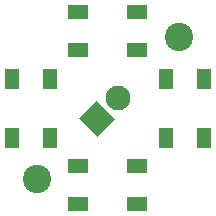
<source format=gts>
G04 #@! TF.FileFunction,Soldermask,Top*
%FSLAX46Y46*%
G04 Gerber Fmt 4.6, Leading zero omitted, Abs format (unit mm)*
G04 Created by KiCad (PCBNEW 4.0.4-stable) date 10/29/16 17:51:51*
%MOMM*%
%LPD*%
G01*
G04 APERTURE LIST*
%ADD10C,0.100000*%
%ADD11C,2.400000*%
%ADD12R,1.200000X1.800000*%
%ADD13R,1.800000X1.200000*%
%ADD14C,2.100000*%
G04 APERTURE END LIST*
D10*
D11*
X150000000Y-55000000D03*
D12*
X139100000Y-58500000D03*
X135900000Y-58500000D03*
X139100000Y-63500000D03*
X135900000Y-63500000D03*
D13*
X141500000Y-52900000D03*
X141500000Y-56100000D03*
X146500000Y-52900000D03*
X146500000Y-56100000D03*
X146500000Y-69100000D03*
X146500000Y-65900000D03*
X141500000Y-69100000D03*
X141500000Y-65900000D03*
D12*
X148900000Y-63500000D03*
X152100000Y-63500000D03*
X148900000Y-58500000D03*
X152100000Y-58500000D03*
D10*
G36*
X144620280Y-61935355D02*
X143135355Y-63420280D01*
X141579720Y-61864645D01*
X143064645Y-60379720D01*
X144620280Y-61935355D01*
X144620280Y-61935355D01*
G37*
D14*
X144896051Y-60103949D03*
D11*
X138000000Y-67000000D03*
M02*

</source>
